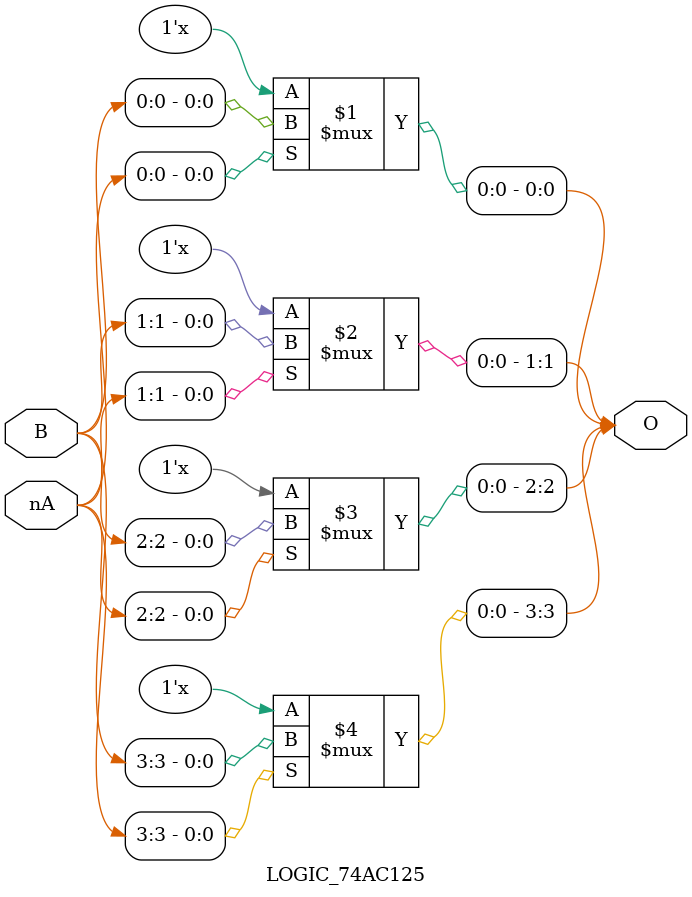
<source format=v>
/*
 74AC125
*/

module LOGIC_74AC125(
  input  wire [3:0] nA,
  input  wire [3:0] B,
  output wire [3:0] O
  );

  assign O[0] = nA[0] ? B[0] : 1'bz;
  assign O[1] = nA[1] ? B[1] : 1'bz;
  assign O[2] = nA[2] ? B[2] : 1'bz;
  assign O[3] = nA[3] ? B[3] : 1'bz;

endmodule // LOGIC_74AC125

</source>
